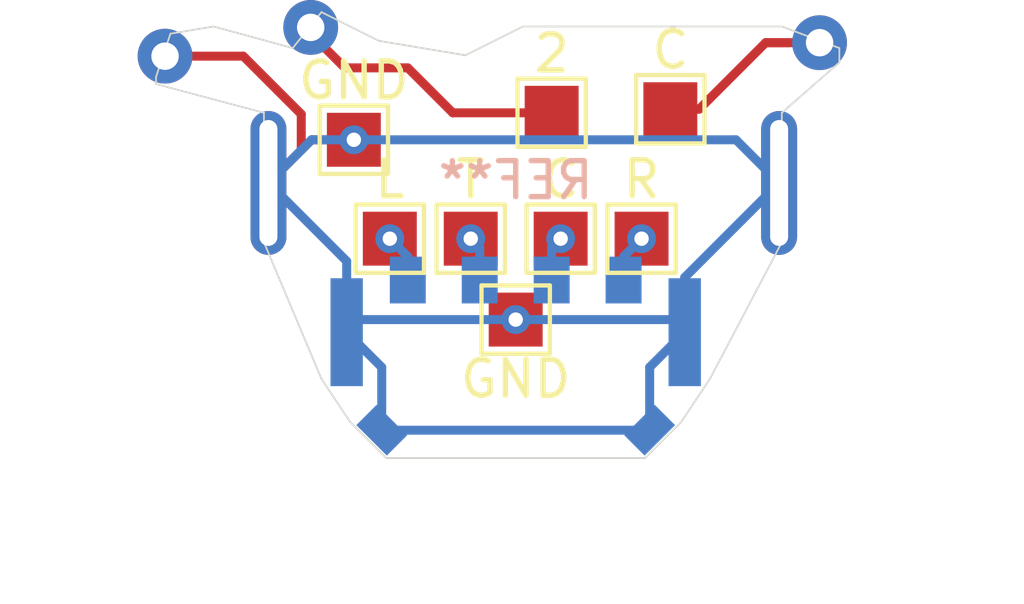
<source format=kicad_pcb>
(kicad_pcb (version 20171130) (host pcbnew "(5.1.6)-1")

  (general
    (thickness 1.6)
    (drawings 23)
    (tracks 46)
    (zones 0)
    (modules 10)
    (nets 1)
  )

  (page A4)
  (layers
    (0 F.Cu signal)
    (31 B.Cu signal)
    (32 B.Adhes user)
    (33 F.Adhes user)
    (34 B.Paste user)
    (35 F.Paste user)
    (36 B.SilkS user)
    (37 F.SilkS user)
    (38 B.Mask user)
    (39 F.Mask user)
    (40 Dwgs.User user)
    (41 Cmts.User user)
    (42 Eco1.User user)
    (43 Eco2.User user)
    (44 Edge.Cuts user)
    (45 Margin user)
    (46 B.CrtYd user)
    (47 F.CrtYd user)
    (48 B.Fab user)
    (49 F.Fab user)
  )

  (setup
    (last_trace_width 0.25)
    (trace_clearance 0.2)
    (zone_clearance 0.508)
    (zone_45_only no)
    (trace_min 0.2)
    (via_size 0.8)
    (via_drill 0.4)
    (via_min_size 0.4)
    (via_min_drill 0.3)
    (uvia_size 0.3)
    (uvia_drill 0.1)
    (uvias_allowed no)
    (uvia_min_size 0.2)
    (uvia_min_drill 0.1)
    (edge_width 0.05)
    (segment_width 0.2)
    (pcb_text_width 0.3)
    (pcb_text_size 1.5 1.5)
    (mod_edge_width 0.12)
    (mod_text_size 1 1)
    (mod_text_width 0.15)
    (pad_size 1.524 1.524)
    (pad_drill 0.762)
    (pad_to_mask_clearance 0.05)
    (aux_axis_origin 0 0)
    (visible_elements 7FFFFFFF)
    (pcbplotparams
      (layerselection 0x010fc_ffffffff)
      (usegerberextensions false)
      (usegerberattributes true)
      (usegerberadvancedattributes true)
      (creategerberjobfile true)
      (excludeedgelayer true)
      (linewidth 0.100000)
      (plotframeref false)
      (viasonmask false)
      (mode 1)
      (useauxorigin false)
      (hpglpennumber 1)
      (hpglpenspeed 20)
      (hpglpendiameter 15.000000)
      (psnegative false)
      (psa4output false)
      (plotreference true)
      (plotvalue true)
      (plotinvisibletext false)
      (padsonsilk false)
      (subtractmaskfromsilk false)
      (outputformat 1)
      (mirror false)
      (drillshape 1)
      (scaleselection 1)
      (outputdirectory ""))
  )

  (net 0 "")

  (net_class Default "This is the default net class."
    (clearance 0.2)
    (trace_width 0.25)
    (via_dia 0.8)
    (via_drill 0.4)
    (uvia_dia 0.3)
    (uvia_drill 0.1)
  )

  (module TestPoint:TestPoint_Pad_1.5x1.5mm (layer F.Cu) (tedit 5A0F774F) (tstamp 5F686C1D)
    (at 109 73.75 180)
    (descr "SMD rectangular pad as test Point, square 1.5mm side length")
    (tags "test point SMD pad rectangle square")
    (attr virtual)
    (fp_text reference GND (at 0 -1.648) (layer F.SilkS)
      (effects (font (size 1 1) (thickness 0.15)))
    )
    (fp_text value TestPoint_Pad_1.5x1.5mm (at 0 1.75) (layer F.Fab)
      (effects (font (size 1 1) (thickness 0.15)))
    )
    (fp_line (start -0.95 -0.95) (end 0.95 -0.95) (layer F.SilkS) (width 0.12))
    (fp_line (start 0.95 -0.95) (end 0.95 0.95) (layer F.SilkS) (width 0.12))
    (fp_line (start 0.95 0.95) (end -0.95 0.95) (layer F.SilkS) (width 0.12))
    (fp_line (start -0.95 0.95) (end -0.95 -0.95) (layer F.SilkS) (width 0.12))
    (fp_line (start -1.25 -1.25) (end 1.25 -1.25) (layer F.CrtYd) (width 0.05))
    (fp_line (start -1.25 -1.25) (end -1.25 1.25) (layer F.CrtYd) (width 0.05))
    (fp_line (start 1.25 1.25) (end 1.25 -1.25) (layer F.CrtYd) (width 0.05))
    (fp_line (start 1.25 1.25) (end -1.25 1.25) (layer F.CrtYd) (width 0.05))
    (fp_text user %R (at 0 -1.65) (layer F.Fab)
      (effects (font (size 1 1) (thickness 0.15)))
    )
    (pad 1 smd rect (at 0 0 180) (size 1.5 1.5) (layers F.Cu F.Mask))
  )

  (module TestPoint:TestPoint_Pad_1.5x1.5mm (layer F.Cu) (tedit 5A0F774F) (tstamp 5F686AFC)
    (at 110.25 71.5)
    (descr "SMD rectangular pad as test Point, square 1.5mm side length")
    (tags "test point SMD pad rectangle square")
    (attr virtual)
    (fp_text reference C (at 0 -1.648) (layer F.SilkS)
      (effects (font (size 1 1) (thickness 0.15)))
    )
    (fp_text value TestPoint_Pad_1.5x1.5mm (at 0 1.75) (layer F.Fab)
      (effects (font (size 1 1) (thickness 0.15)))
    )
    (fp_line (start -0.95 -0.95) (end 0.95 -0.95) (layer F.SilkS) (width 0.12))
    (fp_line (start 0.95 -0.95) (end 0.95 0.95) (layer F.SilkS) (width 0.12))
    (fp_line (start 0.95 0.95) (end -0.95 0.95) (layer F.SilkS) (width 0.12))
    (fp_line (start -0.95 0.95) (end -0.95 -0.95) (layer F.SilkS) (width 0.12))
    (fp_line (start -1.25 -1.25) (end 1.25 -1.25) (layer F.CrtYd) (width 0.05))
    (fp_line (start -1.25 -1.25) (end -1.25 1.25) (layer F.CrtYd) (width 0.05))
    (fp_line (start 1.25 1.25) (end 1.25 -1.25) (layer F.CrtYd) (width 0.05))
    (fp_line (start 1.25 1.25) (end -1.25 1.25) (layer F.CrtYd) (width 0.05))
    (fp_text user %R (at 0 -1.65) (layer F.Fab)
      (effects (font (size 1 1) (thickness 0.15)))
    )
    (pad 1 smd rect (at 0 0) (size 1.5 1.5) (layers F.Cu F.Mask))
  )

  (module TestPoint:TestPoint_Pad_1.5x1.5mm (layer F.Cu) (tedit 5A0F774F) (tstamp 5F68693D)
    (at 112.5 71.5)
    (descr "SMD rectangular pad as test Point, square 1.5mm side length")
    (tags "test point SMD pad rectangle square")
    (attr virtual)
    (fp_text reference R (at 0 -1.648) (layer F.SilkS)
      (effects (font (size 1 1) (thickness 0.15)))
    )
    (fp_text value TestPoint_Pad_1.5x1.5mm (at 0 1.75) (layer F.Fab)
      (effects (font (size 1 1) (thickness 0.15)))
    )
    (fp_line (start -0.95 -0.95) (end 0.95 -0.95) (layer F.SilkS) (width 0.12))
    (fp_line (start 0.95 -0.95) (end 0.95 0.95) (layer F.SilkS) (width 0.12))
    (fp_line (start 0.95 0.95) (end -0.95 0.95) (layer F.SilkS) (width 0.12))
    (fp_line (start -0.95 0.95) (end -0.95 -0.95) (layer F.SilkS) (width 0.12))
    (fp_line (start -1.25 -1.25) (end 1.25 -1.25) (layer F.CrtYd) (width 0.05))
    (fp_line (start -1.25 -1.25) (end -1.25 1.25) (layer F.CrtYd) (width 0.05))
    (fp_line (start 1.25 1.25) (end 1.25 -1.25) (layer F.CrtYd) (width 0.05))
    (fp_line (start 1.25 1.25) (end -1.25 1.25) (layer F.CrtYd) (width 0.05))
    (fp_text user %R (at 0 -1.65) (layer F.Fab)
      (effects (font (size 1 1) (thickness 0.15)))
    )
    (pad 1 smd rect (at 0 0) (size 1.5 1.5) (layers F.Cu F.Mask))
  )

  (module TestPoint:TestPoint_Pad_1.5x1.5mm (layer F.Cu) (tedit 5A0F774F) (tstamp 5F68693D)
    (at 107.75 71.5)
    (descr "SMD rectangular pad as test Point, square 1.5mm side length")
    (tags "test point SMD pad rectangle square")
    (attr virtual)
    (fp_text reference T (at 0 -1.648) (layer F.SilkS)
      (effects (font (size 1 1) (thickness 0.15)))
    )
    (fp_text value TestPoint_Pad_1.5x1.5mm (at 0 1.75) (layer F.Fab)
      (effects (font (size 1 1) (thickness 0.15)))
    )
    (fp_line (start -0.95 -0.95) (end 0.95 -0.95) (layer F.SilkS) (width 0.12))
    (fp_line (start 0.95 -0.95) (end 0.95 0.95) (layer F.SilkS) (width 0.12))
    (fp_line (start 0.95 0.95) (end -0.95 0.95) (layer F.SilkS) (width 0.12))
    (fp_line (start -0.95 0.95) (end -0.95 -0.95) (layer F.SilkS) (width 0.12))
    (fp_line (start -1.25 -1.25) (end 1.25 -1.25) (layer F.CrtYd) (width 0.05))
    (fp_line (start -1.25 -1.25) (end -1.25 1.25) (layer F.CrtYd) (width 0.05))
    (fp_line (start 1.25 1.25) (end 1.25 -1.25) (layer F.CrtYd) (width 0.05))
    (fp_line (start 1.25 1.25) (end -1.25 1.25) (layer F.CrtYd) (width 0.05))
    (fp_text user %R (at 0 -1.65) (layer F.Fab)
      (effects (font (size 1 1) (thickness 0.15)))
    )
    (pad 1 smd rect (at 0 0) (size 1.5 1.5) (layers F.Cu F.Mask))
  )

  (module TestPoint:TestPoint_Pad_1.5x1.5mm (layer F.Cu) (tedit 5A0F774F) (tstamp 5F68693D)
    (at 105.5 71.5)
    (descr "SMD rectangular pad as test Point, square 1.5mm side length")
    (tags "test point SMD pad rectangle square")
    (attr virtual)
    (fp_text reference L (at 0 -1.648) (layer F.SilkS)
      (effects (font (size 1 1) (thickness 0.15)))
    )
    (fp_text value TestPoint_Pad_1.5x1.5mm (at 0 1.75) (layer F.Fab)
      (effects (font (size 1 1) (thickness 0.15)))
    )
    (fp_line (start -0.95 -0.95) (end 0.95 -0.95) (layer F.SilkS) (width 0.12))
    (fp_line (start 0.95 -0.95) (end 0.95 0.95) (layer F.SilkS) (width 0.12))
    (fp_line (start 0.95 0.95) (end -0.95 0.95) (layer F.SilkS) (width 0.12))
    (fp_line (start -0.95 0.95) (end -0.95 -0.95) (layer F.SilkS) (width 0.12))
    (fp_line (start -1.25 -1.25) (end 1.25 -1.25) (layer F.CrtYd) (width 0.05))
    (fp_line (start -1.25 -1.25) (end -1.25 1.25) (layer F.CrtYd) (width 0.05))
    (fp_line (start 1.25 1.25) (end 1.25 -1.25) (layer F.CrtYd) (width 0.05))
    (fp_line (start 1.25 1.25) (end -1.25 1.25) (layer F.CrtYd) (width 0.05))
    (fp_text user %R (at 0 -1.65) (layer F.Fab)
      (effects (font (size 1 1) (thickness 0.15)))
    )
    (pad 1 smd rect (at 0 0) (size 1.5 1.5) (layers F.Cu F.Mask))
  )

  (module TestPoint:TestPoint_Pad_1.5x1.5mm (layer F.Cu) (tedit 5A0F774F) (tstamp 5F6869AD)
    (at 113.3 67.9)
    (descr "SMD rectangular pad as test Point, square 1.5mm side length")
    (tags "test point SMD pad rectangle square")
    (attr virtual)
    (fp_text reference C (at 0 -1.648) (layer F.SilkS)
      (effects (font (size 1 1) (thickness 0.15)))
    )
    (fp_text value TestPoint_Pad_1.5x1.5mm (at 0 1.75) (layer F.Fab)
      (effects (font (size 1 1) (thickness 0.15)))
    )
    (fp_line (start -0.95 -0.95) (end 0.95 -0.95) (layer F.SilkS) (width 0.12))
    (fp_line (start 0.95 -0.95) (end 0.95 0.95) (layer F.SilkS) (width 0.12))
    (fp_line (start 0.95 0.95) (end -0.95 0.95) (layer F.SilkS) (width 0.12))
    (fp_line (start -0.95 0.95) (end -0.95 -0.95) (layer F.SilkS) (width 0.12))
    (fp_line (start -1.25 -1.25) (end 1.25 -1.25) (layer F.CrtYd) (width 0.05))
    (fp_line (start -1.25 -1.25) (end -1.25 1.25) (layer F.CrtYd) (width 0.05))
    (fp_line (start 1.25 1.25) (end 1.25 -1.25) (layer F.CrtYd) (width 0.05))
    (fp_line (start 1.25 1.25) (end -1.25 1.25) (layer F.CrtYd) (width 0.05))
    (fp_text user %R (at 0 -1.65) (layer F.Fab)
      (effects (font (size 1 1) (thickness 0.15)))
    )
    (pad 1 smd rect (at 0 0) (size 1.5 1.5) (layers F.Cu F.Mask))
  )

  (module TestPoint:TestPoint_Pad_1.5x1.5mm (layer F.Cu) (tedit 5A0F774F) (tstamp 5F68693D)
    (at 110 68)
    (descr "SMD rectangular pad as test Point, square 1.5mm side length")
    (tags "test point SMD pad rectangle square")
    (attr virtual)
    (fp_text reference 2 (at 0 -1.648) (layer F.SilkS)
      (effects (font (size 1 1) (thickness 0.15)))
    )
    (fp_text value TestPoint_Pad_1.5x1.5mm (at 0 1.75) (layer F.Fab)
      (effects (font (size 1 1) (thickness 0.15)))
    )
    (fp_line (start -0.95 -0.95) (end 0.95 -0.95) (layer F.SilkS) (width 0.12))
    (fp_line (start 0.95 -0.95) (end 0.95 0.95) (layer F.SilkS) (width 0.12))
    (fp_line (start 0.95 0.95) (end -0.95 0.95) (layer F.SilkS) (width 0.12))
    (fp_line (start -0.95 0.95) (end -0.95 -0.95) (layer F.SilkS) (width 0.12))
    (fp_line (start -1.25 -1.25) (end 1.25 -1.25) (layer F.CrtYd) (width 0.05))
    (fp_line (start -1.25 -1.25) (end -1.25 1.25) (layer F.CrtYd) (width 0.05))
    (fp_line (start 1.25 1.25) (end 1.25 -1.25) (layer F.CrtYd) (width 0.05))
    (fp_line (start 1.25 1.25) (end -1.25 1.25) (layer F.CrtYd) (width 0.05))
    (fp_text user %R (at 0 -1.65) (layer F.Fab)
      (effects (font (size 1 1) (thickness 0.15)))
    )
    (pad 1 smd rect (at 0 0) (size 1.5 1.5) (layers F.Cu F.Mask))
  )

  (module TestPoint:TestPoint_Pad_1.5x1.5mm (layer F.Cu) (tedit 5A0F774F) (tstamp 5F68692D)
    (at 104.5 68.75)
    (descr "SMD rectangular pad as test Point, square 1.5mm side length")
    (tags "test point SMD pad rectangle square")
    (attr virtual)
    (fp_text reference GND (at 0 -1.648) (layer F.SilkS)
      (effects (font (size 1 1) (thickness 0.15)))
    )
    (fp_text value TestPoint_Pad_1.5x1.5mm (at 0 1.75) (layer F.Fab)
      (effects (font (size 1 1) (thickness 0.15)))
    )
    (fp_text user %R (at 0 -1.65) (layer F.Fab)
      (effects (font (size 1 1) (thickness 0.15)))
    )
    (fp_line (start -0.95 -0.95) (end 0.95 -0.95) (layer F.SilkS) (width 0.12))
    (fp_line (start 0.95 -0.95) (end 0.95 0.95) (layer F.SilkS) (width 0.12))
    (fp_line (start 0.95 0.95) (end -0.95 0.95) (layer F.SilkS) (width 0.12))
    (fp_line (start -0.95 0.95) (end -0.95 -0.95) (layer F.SilkS) (width 0.12))
    (fp_line (start -1.25 -1.25) (end 1.25 -1.25) (layer F.CrtYd) (width 0.05))
    (fp_line (start -1.25 -1.25) (end -1.25 1.25) (layer F.CrtYd) (width 0.05))
    (fp_line (start 1.25 1.25) (end 1.25 -1.25) (layer F.CrtYd) (width 0.05))
    (fp_line (start 1.25 1.25) (end -1.25 1.25) (layer F.CrtYd) (width 0.05))
    (pad 1 smd rect (at 0 0) (size 1.5 1.5) (layers F.Cu F.Mask))
  )

  (module misc_footprints:AGB_Power_Switch2 (layer F.Cu) (tedit 5F5EAA7D) (tstamp 5F5F1196)
    (at 108.4 70.2)
    (fp_text reference Ref** (at 0 0) (layer F.SilkS) hide
      (effects (font (size 1.27 1.27) (thickness 0.15)))
    )
    (fp_text value Val** (at 0 0) (layer F.SilkS) hide
      (effects (font (size 1.27 1.27) (thickness 0.15)))
    )
    (fp_line (start 1.75 -2.6) (end -0.1 -2.6) (layer Dwgs.User) (width 0.12))
    (fp_line (start 2.7 -3.95) (end 2.525 -3.45) (layer Dwgs.User) (width 0.12))
    (fp_line (start 8.35 -3.925) (end 2.7 -3.95) (layer Dwgs.User) (width 0.12))
    (fp_line (start -4.575 -4.075) (end -3.925 -3.45) (layer Dwgs.User) (width 0.12))
    (fp_line (start -6.6 -2.95) (end -6.325 -2.225) (layer Dwgs.User) (width 0.12))
    (fp_line (start -8.5 -3.475) (end -6.6 -2.95) (layer Dwgs.User) (width 0.12))
    (fp_poly (pts (xy 5.630334 -1.778) (xy 4.318 -1.778) (xy 4.318 -3.386667) (xy 4.402667 -3.386667)
      (xy 4.402667 -1.862667) (xy 5.545667 -1.862667) (xy 5.545667 -3.386667) (xy 4.402667 -3.386667)
      (xy 4.318 -3.386667) (xy 4.318 -3.471333) (xy 5.630334 -3.471333) (xy 5.630334 -1.778)) (layer Dwgs.User) (width 0.01))
    (fp_poly (pts (xy 3.048 -1.778) (xy 1.735667 -1.778) (xy 1.735667 -3.386667) (xy 1.820334 -3.386667)
      (xy 1.820334 -1.862667) (xy 2.963334 -1.862667) (xy 2.963334 -3.386667) (xy 1.820334 -3.386667)
      (xy 1.735667 -3.386667) (xy 1.735667 -3.471333) (xy 3.048 -3.471333) (xy 3.048 -1.778)) (layer Dwgs.User) (width 0.01))
    (fp_poly (pts (xy -0.127 -1.778) (xy -1.397 -1.778) (xy -1.397 -3.386667) (xy -1.354666 -3.386667)
      (xy -1.354666 -1.862667) (xy -0.169333 -1.862667) (xy -0.169333 -3.386667) (xy -1.354666 -3.386667)
      (xy -1.397 -3.386667) (xy -1.397 -3.471333) (xy -0.127 -3.471333) (xy -0.127 -1.778)) (layer Dwgs.User) (width 0.01))
    (fp_poly (pts (xy -2.667 -1.778) (xy -3.937 -1.778) (xy -3.937 -3.386667) (xy -3.894666 -3.386667)
      (xy -3.894666 -1.862667) (xy -2.751666 -1.862667) (xy -2.751666 -3.386667) (xy -3.894666 -3.386667)
      (xy -3.937 -3.386667) (xy -3.937 -3.471333) (xy -2.667 -3.471333) (xy -2.667 -1.778)) (layer Dwgs.User) (width 0.01))
    (fp_poly (pts (xy 9.355667 1.735667) (xy 7.916334 1.735667) (xy 7.916334 -2.159) (xy 8.001 -2.159)
      (xy 8.001 1.651) (xy 9.271 1.651) (xy 9.271 -2.159) (xy 8.001 -2.159)
      (xy 7.916334 -2.159) (xy 7.916334 -2.243667) (xy 9.355667 -2.243667) (xy 9.355667 1.735667)) (layer Dwgs.User) (width 0.01))
    (fp_poly (pts (xy -6.265333 1.735667) (xy -7.704666 1.735667) (xy -7.704666 -2.159) (xy -7.62 -2.159)
      (xy -7.62 1.651) (xy -6.35 1.651) (xy -6.35 -2.159) (xy -7.62 -2.159)
      (xy -7.704666 -2.159) (xy -7.704666 -2.243667) (xy -6.265333 -2.243667) (xy -6.265333 1.735667)) (layer Dwgs.User) (width 0.01))
    (fp_poly (pts (xy -4.924421 -5.267195) (xy -4.715279 -5.184474) (xy -4.54402 -5.044621) (xy -4.475489 -4.94896)
      (xy -4.440155 -4.890813) (xy -4.401055 -4.843666) (xy -4.346161 -4.801656) (xy -4.263446 -4.758921)
      (xy -4.140883 -4.709597) (xy -3.966446 -4.647821) (xy -3.728106 -4.56773) (xy -3.6195 -4.531678)
      (xy -3.28199 -4.424312) (xy -2.958412 -4.332018) (xy -2.62381 -4.248541) (xy -2.253229 -4.167624)
      (xy -1.854633 -4.089224) (xy -0.851766 -3.899452) (xy 0.581972 -4.572) (xy 4.262778 -4.572)
      (xy 4.912315 -4.571878) (xy 5.482642 -4.571446) (xy 5.979217 -4.570607) (xy 6.407497 -4.569265)
      (xy 6.772938 -4.567321) (xy 7.080997 -4.564679) (xy 7.337132 -4.561241) (xy 7.546799 -4.55691)
      (xy 7.715456 -4.55159) (xy 7.848559 -4.545182) (xy 7.951566 -4.537589) (xy 8.029933 -4.528714)
      (xy 8.089117 -4.518461) (xy 8.134576 -4.506731) (xy 8.146674 -4.502801) (xy 8.349764 -4.433601)
      (xy 8.376398 -4.467634) (xy 8.513395 -4.467634) (xy 8.535672 -4.419408) (xy 8.608539 -4.369237)
      (xy 8.740569 -4.309955) (xy 8.940334 -4.234393) (xy 9.059334 -4.191478) (xy 9.265642 -4.11808)
      (xy 9.443382 -4.055805) (xy 9.577424 -4.009882) (xy 9.652637 -3.985538) (xy 9.662584 -3.98304)
      (xy 9.683436 -4.01769) (xy 9.694008 -4.107824) (xy 9.694334 -4.129187) (xy 9.65829 -4.341852)
      (xy 9.560288 -4.519659) (xy 9.415524 -4.65633) (xy 9.23919 -4.745588) (xy 9.046482 -4.781156)
      (xy 8.852594 -4.756758) (xy 8.672721 -4.666116) (xy 8.586318 -4.586918) (xy 8.533134 -4.521081)
      (xy 8.513395 -4.467634) (xy 8.376398 -4.467634) (xy 8.457765 -4.571601) (xy 8.605268 -4.707118)
      (xy 8.795867 -4.810733) (xy 8.992887 -4.864005) (xy 9.045994 -4.867404) (xy 9.274948 -4.829638)
      (xy 9.475666 -4.721949) (xy 9.635208 -4.557687) (xy 9.740633 -4.3502) (xy 9.778998 -4.112841)
      (xy 9.779 -4.111221) (xy 9.784905 -4.005702) (xy 9.817479 -3.946294) (xy 9.899008 -3.90487)
      (xy 9.958917 -3.884166) (xy 10.073296 -3.838438) (xy 10.133187 -3.780639) (xy 10.166107 -3.679253)
      (xy 10.174534 -3.637221) (xy 10.179686 -3.569467) (xy 10.185013 -3.422982) (xy 10.19044 -3.203703)
      (xy 10.195895 -2.917564) (xy 10.201301 -2.570502) (xy 10.206587 -2.168452) (xy 10.211677 -1.717351)
      (xy 10.216498 -1.223133) (xy 10.220976 -0.691735) (xy 10.225037 -0.129092) (xy 10.228607 0.458859)
      (xy 10.230735 0.873964) (xy 10.251235 5.198096) (xy 9.708201 5.229744) (xy 9.505551 5.237417)
      (xy 9.231695 5.241612) (xy 8.900015 5.242525) (xy 8.523891 5.240347) (xy 8.116705 5.235274)
      (xy 7.691839 5.227499) (xy 7.262673 5.217215) (xy 6.842588 5.204616) (xy 6.444967 5.189896)
      (xy 6.197682 5.178938) (xy 5.643198 5.152432) (xy 5.615729 4.428299) (xy 5.606184 4.127954)
      (xy 5.597986 3.777479) (xy 5.591771 3.411407) (xy 5.588177 3.06427) (xy 5.587552 2.899833)
      (xy 5.58602 2.641308) (xy 5.582188 2.406945) (xy 5.576496 2.211878) (xy 5.569385 2.071242)
      (xy 5.561318 2.00025) (xy 5.535792 1.905) (xy -4.30736 1.905) (xy -4.325335 3.533377)
      (xy -4.329883 3.89636) (xy -4.335134 4.232307) (xy -4.340865 4.531916) (xy -4.34685 4.785886)
      (xy -4.352866 4.984915) (xy -4.35869 5.119702) (xy -4.364096 5.180946) (xy -4.365085 5.183529)
      (xy -4.410261 5.188045) (xy -4.532471 5.19325) (xy -4.724087 5.198987) (xy -4.97748 5.205095)
      (xy -5.285021 5.211414) (xy -5.639083 5.217785) (xy -6.032036 5.224047) (xy -6.456253 5.23004)
      (xy -6.780454 5.234144) (xy -9.174048 5.262985) (xy -9.200425 4.970409) (xy -9.218619 4.748956)
      (xy -9.236368 4.491299) (xy -9.253878 4.192409) (xy -9.271351 3.847256) (xy -9.288992 3.450809)
      (xy -9.307005 2.998039) (xy -9.325595 2.483914) (xy -9.344964 1.903406) (xy -9.365317 1.251483)
      (xy -9.386858 0.523116) (xy -9.401175 0.021167) (xy -9.48651 -3.00775) (xy -9.355404 -3.00775)
      (xy -9.353609 -2.885002) (xy -9.349072 -2.688311) (xy -9.342062 -2.425679) (xy -9.332851 -2.105111)
      (xy -9.32171 -1.734608) (xy -9.308911 -1.322175) (xy -9.294723 -0.875814) (xy -9.279419 -0.403529)
      (xy -9.26327 0.086677) (xy -9.246546 0.586801) (xy -9.229518 1.088839) (xy -9.212459 1.584789)
      (xy -9.195638 2.066648) (xy -9.179327 2.526411) (xy -9.163797 2.956077) (xy -9.149319 3.347641)
      (xy -9.136164 3.6931) (xy -9.124603 3.984452) (xy -9.114907 4.213693) (xy -9.107348 4.37282)
      (xy -9.102964 4.445) (xy -9.086859 4.654611) (xy -9.07348 4.838768) (xy -9.064181 4.978111)
      (xy -9.060318 5.053283) (xy -9.060294 5.054827) (xy -9.057879 5.072473) (xy -9.046628 5.08721)
      (xy -9.019847 5.099187) (xy -8.970841 5.108555) (xy -8.892917 5.115463) (xy -8.779381 5.12006)
      (xy -8.623537 5.122495) (xy -8.418693 5.122919) (xy -8.158154 5.121481) (xy -7.835226 5.11833)
      (xy -7.443215 5.113616) (xy -6.975426 5.107489) (xy -6.805083 5.105206) (xy -6.375796 5.09884)
      (xy -5.972038 5.091694) (xy -5.60173 5.083988) (xy -5.272794 5.075942) (xy -4.993152 5.067776)
      (xy -4.770726 5.05971) (xy -4.613436 5.051964) (xy -4.529205 5.044758) (xy -4.517141 5.041654)
      (xy -4.508947 4.993228) (xy -4.500119 4.869569) (xy -4.491 4.680106) (xy -4.48193 4.434267)
      (xy -4.47325 4.141479) (xy -4.465303 3.811172) (xy -4.45843 3.452773) (xy -4.457448 3.393191)
      (xy -4.431448 1.778) (xy 5.701435 1.778) (xy 5.730795 3.395132) (xy 5.737861 3.756733)
      (xy 5.745364 4.091207) (xy 5.75302 4.389234) (xy 5.760547 4.64149) (xy 5.767664 4.838656)
      (xy 5.774087 4.971408) (xy 5.779536 5.030426) (xy 5.780353 5.032463) (xy 5.825365 5.036749)
      (xy 5.947012 5.041471) (xy 6.137264 5.046486) (xy 6.388092 5.051648) (xy 6.691466 5.05681)
      (xy 7.039357 5.061828) (xy 7.423735 5.066556) (xy 7.83657 5.070849) (xy 7.962513 5.07201)
      (xy 10.124476 5.091358) (xy 10.101713 0.905262) (xy 10.098231 0.312211) (xy 10.09437 -0.260204)
      (xy 10.0902 -0.805877) (xy 10.085788 -1.318703) (xy 10.081204 -1.792575) (xy 10.076517 -2.221386)
      (xy 10.071796 -2.599032) (xy 10.067109 -2.919404) (xy 10.062525 -3.176399) (xy 10.058114 -3.363909)
      (xy 10.053944 -3.475827) (xy 10.052023 -3.501105) (xy 10.031561 -3.632162) (xy 9.999844 -3.705365)
      (xy 9.939457 -3.747303) (xy 9.875366 -3.770791) (xy 9.774673 -3.79767) (xy 9.710125 -3.78339)
      (xy 9.644024 -3.715607) (xy 9.622044 -3.687841) (xy 9.447082 -3.528033) (xy 9.235551 -3.435608)
      (xy 9.004872 -3.412727) (xy 8.772468 -3.461553) (xy 8.588691 -3.559543) (xy 8.46139 -3.69603)
      (xy 8.370817 -3.885176) (xy 8.330101 -4.098331) (xy 8.329162 -4.125859) (xy 8.328355 -4.142559)
      (xy 8.386746 -4.142559) (xy 8.409688 -4.014134) (xy 8.460801 -3.870552) (xy 8.509998 -3.775789)
      (xy 8.613658 -3.659463) (xy 8.755975 -3.563306) (xy 8.774458 -3.554469) (xy 8.915455 -3.496688)
      (xy 9.023138 -3.476373) (xy 9.138213 -3.489883) (xy 9.231073 -3.513635) (xy 9.33436 -3.559241)
      (xy 9.44158 -3.631825) (xy 9.533527 -3.71414) (xy 9.590994 -3.78894) (xy 9.594775 -3.838978)
      (xy 9.594134 -3.839644) (xy 9.535974 -3.872285) (xy 9.418908 -3.920567) (xy 9.260188 -3.978903)
      (xy 9.077068 -4.041702) (xy 8.886799 -4.103377) (xy 8.706636 -4.158337) (xy 8.553829 -4.200994)
      (xy 8.445633 -4.225759) (xy 8.3993 -4.227042) (xy 8.399115 -4.226778) (xy 8.386746 -4.142559)
      (xy 8.328355 -4.142559) (xy 8.324084 -4.230855) (xy 8.299397 -4.292143) (xy 8.234818 -4.332552)
      (xy 8.110065 -4.374914) (xy 8.107076 -4.375856) (xy 8.061354 -4.388155) (xy 8.003604 -4.398924)
      (xy 7.928296 -4.408262) (xy 7.829902 -4.416268) (xy 7.702892 -4.423042) (xy 7.541737 -4.428684)
      (xy 7.340907 -4.433293) (xy 7.094873 -4.436969) (xy 6.798107 -4.439811) (xy 6.445078 -4.441918)
      (xy 6.030258 -4.443391) (xy 5.548117 -4.444329) (xy 4.993126 -4.444832) (xy 4.359756 -4.444998)
      (xy 4.266537 -4.445) (xy 0.645349 -4.445) (xy -0.090075 -4.101387) (xy -0.8255 -3.757774)
      (xy -1.872515 -3.956034) (xy -2.30441 -4.041007) (xy -2.672913 -4.121153) (xy -2.998712 -4.20158)
      (xy -3.302496 -4.287398) (xy -3.604955 -4.383717) (xy -3.606739 -4.384314) (xy -3.834403 -4.459897)
      (xy -4.034149 -4.525037) (xy -4.192162 -4.575325) (xy -4.294625 -4.606348) (xy -4.327141 -4.614333)
      (xy -4.35199 -4.578015) (xy -4.360333 -4.50714) (xy -4.400216 -4.304647) (xy -4.510086 -4.118005)
      (xy -4.675275 -3.964481) (xy -4.881115 -3.861344) (xy -4.918276 -3.850284) (xy -5.087803 -3.823989)
      (xy -5.253026 -3.846516) (xy -5.445845 -3.921752) (xy -5.521798 -3.948101) (xy -5.667903 -3.99023)
      (xy -5.785168 -4.021672) (xy -5.470734 -4.021672) (xy -5.328283 -3.959827) (xy -5.142639 -3.903556)
      (xy -4.972719 -3.913085) (xy -4.85639 -3.952953) (xy -4.736602 -4.023634) (xy -4.615706 -4.123268)
      (xy -4.595827 -4.143456) (xy -4.510031 -4.257283) (xy -4.47396 -4.381485) (xy -4.468827 -4.470289)
      (xy -4.466166 -4.664906) (xy -4.94775 -4.815214) (xy -5.133567 -4.534857) (xy -5.233552 -4.383718)
      (xy -5.325006 -4.244984) (xy -5.389871 -4.146057) (xy -5.395059 -4.138086) (xy -5.470734 -4.021672)
      (xy -5.785168 -4.021672) (xy -5.871807 -4.044902) (xy -6.121157 -4.108882) (xy -6.403603 -4.178935)
      (xy -6.697612 -4.249652) (xy -7.816368 -4.514661) (xy -8.257934 -4.460254) (xy -8.441097 -4.437708)
      (xy -8.590171 -4.419402) (xy -8.687013 -4.407559) (xy -8.714469 -4.404257) (xy -8.698395 -4.375058)
      (xy -8.640678 -4.302609) (xy -8.598664 -4.253724) (xy -8.49155 -4.108249) (xy -8.437336 -3.961806)
      (xy -8.426838 -3.782545) (xy -8.433949 -3.682489) (xy -8.494402 -3.461523) (xy -8.620321 -3.276156)
      (xy -8.796157 -3.139024) (xy -9.006361 -3.06276) (xy -9.205254 -3.055773) (xy -9.309724 -3.058875)
      (xy -9.351842 -3.031109) (xy -9.355404 -3.00775) (xy -9.48651 -3.00775) (xy -9.489434 -3.1115)
      (xy -9.573232 -3.185583) (xy -9.312223 -3.185583) (xy -9.27695 -3.147386) (xy -9.18521 -3.133443)
      (xy -9.061316 -3.142641) (xy -8.929577 -3.173866) (xy -8.84851 -3.206816) (xy -8.669058 -3.340615)
      (xy -8.555123 -3.526307) (xy -8.509717 -3.758675) (xy -8.509 -3.794972) (xy -8.516208 -3.939251)
      (xy -8.548487 -4.04227) (xy -8.621815 -4.145134) (xy -8.663521 -4.19246) (xy -8.818043 -4.363497)
      (xy -9.064578 -3.800998) (xy -9.152525 -3.59701) (xy -9.226777 -3.418453) (xy -9.281171 -3.280641)
      (xy -9.309543 -3.19889) (xy -9.312223 -3.185583) (xy -9.573232 -3.185583) (xy -9.609146 -3.217333)
      (xy -9.763097 -3.403522) (xy -9.847136 -3.616035) (xy -9.855156 -3.727622) (xy -9.777832 -3.727622)
      (xy -9.737944 -3.531385) (xy -9.645173 -3.364402) (xy -9.560106 -3.284769) (xy -9.523403 -3.262311)
      (xy -9.491758 -3.260004) (xy -9.458263 -3.288174) (xy -9.41601 -3.357145) (xy -9.358088 -3.477243)
      (xy -9.277591 -3.658792) (xy -9.217873 -3.79623) (xy -9.118619 -4.029774) (xy -9.052807 -4.19742)
      (xy -9.017156 -4.309558) (xy -9.008387 -4.37658) (xy -9.023219 -4.408876) (xy -9.024259 -4.409594)
      (xy -9.117605 -4.430786) (xy -9.250951 -4.416361) (xy -9.390773 -4.37269) (xy -9.482666 -4.322491)
      (xy -9.578633 -4.235054) (xy -9.673626 -4.121235) (xy -9.68375 -4.106764) (xy -9.761034 -3.92784)
      (xy -9.777832 -3.727622) (xy -9.855156 -3.727622) (xy -9.863122 -3.838454) (xy -9.812911 -4.054361)
      (xy -9.698361 -4.247335) (xy -9.52133 -4.40096) (xy -9.472074 -4.428948) (xy -9.366466 -4.464342)
      (xy -9.214289 -4.492978) (xy -9.091074 -4.505502) (xy -8.939284 -4.517788) (xy -8.733137 -4.538675)
      (xy -8.502124 -4.565016) (xy -8.3185 -4.587994) (xy -7.8105 -4.6545) (xy -6.773333 -4.407659)
      (xy -6.48998 -4.340785) (xy -6.23503 -4.281692) (xy -6.019657 -4.232881) (xy -5.855035 -4.196855)
      (xy -5.752338 -4.176115) (xy -5.722153 -4.172283) (xy -5.728382 -4.213245) (xy -5.753903 -4.269258)
      (xy -5.790314 -4.399305) (xy -5.794722 -4.512994) (xy -5.718878 -4.512994) (xy -5.692 -4.340094)
      (xy -5.651086 -4.247928) (xy -5.618845 -4.199437) (xy -5.591176 -4.174307) (xy -5.558814 -4.180817)
      (xy -5.512493 -4.22725) (xy -5.442948 -4.321885) (xy -5.340912 -4.473002) (xy -5.255337 -4.601593)
      (xy -4.99605 -4.99102) (xy -4.756231 -4.90851) (xy -4.626537 -4.864709) (xy -4.533389 -4.834789)
      (xy -4.500897 -4.826) (xy -4.510099 -4.856472) (xy -4.553672 -4.930209) (xy -4.556324 -4.934272)
      (xy -4.697962 -5.080369) (xy -4.878661 -5.166113) (xy -5.079427 -5.192782) (xy -5.281269 -5.161655)
      (xy -5.465195 -5.074011) (xy -5.612213 -4.931126) (xy -5.655666 -4.860276) (xy -5.706859 -4.698749)
      (xy -5.718878 -4.512994) (xy -5.794722 -4.512994) (xy -5.797019 -4.572206) (xy -5.775408 -4.752066)
      (xy -5.72955 -4.897463) (xy -5.612801 -5.055525) (xy -5.438818 -5.183907) (xy -5.234148 -5.265135)
      (xy -5.147172 -5.280792) (xy -4.924421 -5.267195)) (layer Dwgs.User) (width 0.01))
    (pad 3 thru_hole oval (at -6.275 -0.25) (size 1 4) (drill oval 0.5 3.5) (layers *.Cu *.Mask))
    (pad 3 thru_hole oval (at 7.925 -0.25) (size 1 4) (drill oval 0.5 3.5) (layers *.Cu *.Mask))
    (pad 3 thru_hole circle (at -9.15 -3.775) (size 1.524 1.524) (drill 0.762) (layers *.Cu *.Mask))
    (pad 2 thru_hole circle (at -5.1 -4.575) (size 1.524 1.524) (drill 0.762) (layers *.Cu *.Mask))
    (pad 1 thru_hole circle (at 9.05 -4.15) (size 1.524 1.524) (drill 0.762) (layers *.Cu *.Mask))
  )

  (module misc_footprints:TM-2023 (layer B.Cu) (tedit 5F5EB291) (tstamp 5F5F0FF5)
    (at 109 73.6)
    (fp_text reference REF** (at 0 -3.725) (layer B.SilkS)
      (effects (font (size 1 1) (thickness 0.15)) (justify mirror))
    )
    (fp_text value TM-2023 (at 0 6.45) (layer B.Fab)
      (effects (font (size 1 1) (thickness 0.15)) (justify mirror))
    )
    (fp_line (start 4.9 8) (end -4.9 8) (layer Dwgs.User) (width 0.12))
    (fp_line (start 4.9 -1.5) (end 4.9 8) (layer Dwgs.User) (width 0.12))
    (fp_line (start -4.9 -1.5) (end -4.9 8) (layer Dwgs.User) (width 0.12))
    (fp_line (start 4.75 4) (end -4.75 4) (layer Dwgs.User) (width 0.12))
    (fp_line (start 4.75 -1.5) (end 4.75 4) (layer Dwgs.User) (width 0.12))
    (fp_line (start -4.75 -1.5) (end -4.75 4) (layer Dwgs.User) (width 0.12))
    (fp_line (start -4.75 -1.5) (end 4.75 -1.5) (layer Dwgs.User) (width 0.12))
    (fp_line (start 0 0) (end -4.9 4.9) (layer Dwgs.User) (width 0.01))
    (fp_line (start 0 0) (end 4.9 4.9) (layer Dwgs.User) (width 0.01))
    (fp_arc (start -0.000001 2.3) (end 4.899998 5.199999) (angle 118.7627892) (layer Dwgs.User) (width 0.12))
    (pad GND smd rect (at -3.725 3.225 45) (size 0.8 1.2) (layers B.Cu B.Paste B.Mask))
    (pad GND smd rect (at 3.725 3.225 315) (size 0.8 1.2) (layers B.Cu B.Paste B.Mask))
    (pad "" np_thru_hole circle (at 2.4 1) (size 1 1) (drill 1) (layers *.Cu *.Mask))
    (pad "" np_thru_hole circle (at -2.4 1) (size 1 1) (drill 1) (layers *.Cu *.Mask))
    (pad GND smd rect (at -4.7 0.5) (size 0.9 3) (layers B.Cu B.Paste B.Mask))
    (pad GND smd rect (at 4.7 0.5) (size 0.9 3) (layers B.Cu B.Paste B.Mask))
    (pad 1 smd rect (at 3 -0.95) (size 1 1.3) (layers B.Cu B.Paste B.Mask))
    (pad C smd rect (at 1 -0.95) (size 1 1.3) (layers B.Cu B.Paste B.Mask))
    (pad T smd rect (at -1 -0.95) (size 1 1.3) (layers B.Cu B.Paste B.Mask))
    (pad 2 smd rect (at -3 -0.95) (size 1 1.3) (layers B.Cu B.Paste B.Mask))
  )

  (gr_line (start 118 66.2) (end 118 66.6) (layer Edge.Cuts) (width 0.05) (tstamp 5F680CE1))
  (gr_line (start 116.4 68) (end 118 66.6) (layer Edge.Cuts) (width 0.05))
  (gr_line (start 116.4 68.2) (end 116.4 68) (layer Edge.Cuts) (width 0.05))
  (gr_line (start 116.4 71.6) (end 116.4 68.2) (layer Edge.Cuts) (width 0.05))
  (gr_line (start 114.4 75.4) (end 116.4 71.6) (layer Edge.Cuts) (width 0.05))
  (gr_line (start 99 67.2) (end 99 67) (layer Edge.Cuts) (width 0.05) (tstamp 5F680CAD))
  (gr_line (start 102 68) (end 99 67.2) (layer Edge.Cuts) (width 0.05))
  (gr_line (start 102 71.6) (end 102 68) (layer Edge.Cuts) (width 0.05))
  (gr_line (start 103.6 75.4) (end 102 71.6) (layer Edge.Cuts) (width 0.05))
  (gr_line (start 116.4 65.6) (end 118 66.2) (layer Edge.Cuts) (width 0.05))
  (gr_line (start 109.2 65.6) (end 116.4 65.6) (layer Edge.Cuts) (width 0.05))
  (gr_line (start 107.6 66.4) (end 109.2 65.6) (layer Edge.Cuts) (width 0.05))
  (gr_line (start 105.2 66) (end 107.6 66.4) (layer Edge.Cuts) (width 0.05))
  (gr_line (start 103.6 65.2) (end 105.2 66) (layer Edge.Cuts) (width 0.05))
  (gr_line (start 102.8 66.2) (end 103.6 65.2) (layer Edge.Cuts) (width 0.05))
  (gr_line (start 100.6 65.6) (end 102.8 66.2) (layer Edge.Cuts) (width 0.05))
  (gr_line (start 99.4 65.8) (end 100.6 65.6) (layer Edge.Cuts) (width 0.05))
  (gr_line (start 99 67) (end 99.4 65.8) (layer Edge.Cuts) (width 0.05))
  (gr_line (start 104.4 76.6) (end 103.6 75.4) (layer Edge.Cuts) (width 0.05))
  (gr_line (start 105.4 77.6) (end 104.4 76.6) (layer Edge.Cuts) (width 0.05))
  (gr_line (start 112.6 77.6) (end 105.4 77.6) (layer Edge.Cuts) (width 0.05))
  (gr_line (start 113.6 76.6) (end 112.6 77.6) (layer Edge.Cuts) (width 0.05))
  (gr_line (start 114.4 75.4) (end 113.6 76.6) (layer Edge.Cuts) (width 0.05))

  (segment (start 112.725 75.075) (end 113.7 74.1) (width 0.25) (layer B.Cu) (net 0))
  (segment (start 112.725 76.825) (end 112.725 75.075) (width 0.25) (layer B.Cu) (net 0))
  (segment (start 105.275 75.075) (end 104.3 74.1) (width 0.25) (layer B.Cu) (net 0))
  (segment (start 105.275 76.825) (end 105.275 75.075) (width 0.25) (layer B.Cu) (net 0))
  (segment (start 104.3 72.125) (end 102.35001 70.17501) (width 0.25) (layer B.Cu) (net 0))
  (segment (start 104.3 74.1) (end 104.3 72.125) (width 0.25) (layer B.Cu) (net 0))
  (segment (start 113.7 72.575) (end 116.04999 70.22501) (width 0.25) (layer B.Cu) (net 0))
  (segment (start 113.7 74.1) (end 113.7 72.575) (width 0.25) (layer B.Cu) (net 0))
  (segment (start 112.725 76.825) (end 105.275 76.825) (width 0.25) (layer B.Cu) (net 0))
  (segment (start 104.5 68.75) (end 104.5 68.75) (width 0.25) (layer F.Cu) (net 0))
  (segment (start 103.0375 69.0375) (end 103.0375 68.0375) (width 0.25) (layer F.Cu) (net 0))
  (segment (start 103.325 68.75) (end 103.0375 69.0375) (width 0.25) (layer F.Cu) (net 0))
  (segment (start 103.0375 69.0375) (end 102.35001 69.72499) (width 0.25) (layer F.Cu) (net 0))
  (segment (start 101.425 66.425) (end 99.560609 66.425) (width 0.25) (layer F.Cu) (net 0))
  (segment (start 103.0375 68.0375) (end 101.425 66.425) (width 0.25) (layer F.Cu) (net 0))
  (segment (start 110 68) (end 107.25 68) (width 0.25) (layer F.Cu) (net 0))
  (segment (start 107.25 68) (end 106 66.75) (width 0.25) (layer F.Cu) (net 0))
  (segment (start 106 66.75) (end 104.25 66.75) (width 0.25) (layer F.Cu) (net 0))
  (segment (start 104.25 66.75) (end 103.449017 65.949017) (width 0.25) (layer F.Cu) (net 0))
  (segment (start 113.3 67.9) (end 114.1 67.9) (width 0.25) (layer F.Cu) (net 0))
  (segment (start 115.95 66.05) (end 116.603173 66.05) (width 0.25) (layer F.Cu) (net 0))
  (segment (start 114.1 67.9) (end 115.95 66.05) (width 0.25) (layer F.Cu) (net 0))
  (segment (start 106 72.65) (end 106 72) (width 0.25) (layer B.Cu) (net 0))
  (via (at 105.5 71.5) (size 0.8) (drill 0.4) (layers F.Cu B.Cu) (net 0))
  (segment (start 106 72) (end 105.5 71.5) (width 0.25) (layer B.Cu) (net 0))
  (via (at 107.75 71.5) (size 0.8) (drill 0.4) (layers F.Cu B.Cu) (net 0))
  (segment (start 108 72.65) (end 108 71.75) (width 0.25) (layer B.Cu) (net 0))
  (segment (start 108 71.75) (end 107.75 71.5) (width 0.25) (layer B.Cu) (net 0))
  (segment (start 110 72.65) (end 110 71.75) (width 0.25) (layer B.Cu) (net 0))
  (via (at 110.25 71.5) (size 0.8) (drill 0.4) (layers F.Cu B.Cu) (net 0))
  (segment (start 110 71.75) (end 110.25 71.5) (width 0.25) (layer B.Cu) (net 0))
  (segment (start 112 72.65) (end 112 72) (width 0.25) (layer B.Cu) (net 0))
  (via (at 112.5 71.5) (size 0.8) (drill 0.4) (layers F.Cu B.Cu) (net 0))
  (segment (start 112 72) (end 112.5 71.5) (width 0.25) (layer B.Cu) (net 0))
  (via (at 109 73.75) (size 0.8) (drill 0.4) (layers F.Cu B.Cu) (net 0))
  (segment (start 104.65 73.75) (end 104.3 74.1) (width 0.25) (layer B.Cu) (net 0))
  (segment (start 109 73.75) (end 104.65 73.75) (width 0.25) (layer B.Cu) (net 0))
  (segment (start 113.35 73.75) (end 113.7 74.1) (width 0.25) (layer B.Cu) (net 0))
  (segment (start 109 73.75) (end 113.35 73.75) (width 0.25) (layer B.Cu) (net 0))
  (segment (start 117.45 66.05) (end 115.95 66.05) (width 0.25) (layer F.Cu) (net 0))
  (segment (start 104.5 68.75) (end 103.325 68.75) (width 0.25) (layer F.Cu) (net 0) (tstamp 5F686C6E))
  (via (at 104.5 68.75) (size 0.8) (drill 0.4) (layers F.Cu B.Cu) (net 0))
  (segment (start 115.125 68.75) (end 116.04999 69.67499) (width 0.25) (layer B.Cu) (net 0))
  (segment (start 104.5 68.75) (end 115.125 68.75) (width 0.25) (layer B.Cu) (net 0))
  (segment (start 103.325 68.75) (end 102.35001 69.72499) (width 0.25) (layer B.Cu) (net 0))
  (segment (start 104.5 68.75) (end 103.325 68.75) (width 0.25) (layer B.Cu) (net 0))

)

</source>
